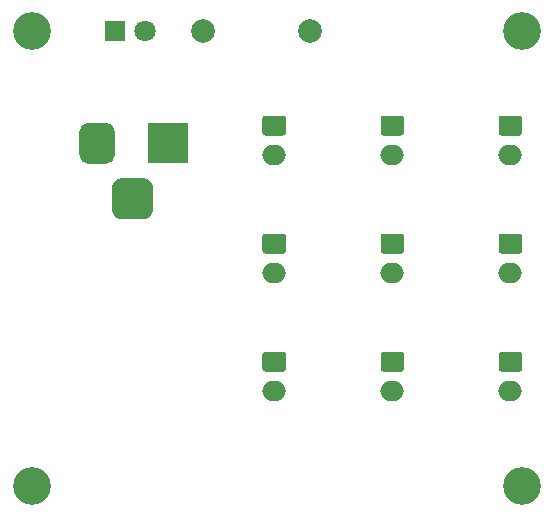
<source format=gbr>
G04 #@! TF.GenerationSoftware,KiCad,Pcbnew,5.1.10-88a1d61d58~90~ubuntu20.04.1*
G04 #@! TF.CreationDate,2022-01-16T12:05:17+00:00*
G04 #@! TF.ProjectId,12V5A_breakout,31325635-415f-4627-9265-616b6f75742e,rev?*
G04 #@! TF.SameCoordinates,Original*
G04 #@! TF.FileFunction,Soldermask,Bot*
G04 #@! TF.FilePolarity,Negative*
%FSLAX46Y46*%
G04 Gerber Fmt 4.6, Leading zero omitted, Abs format (unit mm)*
G04 Created by KiCad (PCBNEW 5.1.10-88a1d61d58~90~ubuntu20.04.1) date 2022-01-16 12:05:17*
%MOMM*%
%LPD*%
G01*
G04 APERTURE LIST*
%ADD10O,2.000000X1.700000*%
%ADD11C,3.200000*%
%ADD12C,2.000000*%
%ADD13C,1.800000*%
%ADD14R,1.800000X1.800000*%
%ADD15R,3.500000X3.500000*%
G04 APERTURE END LIST*
D10*
X109000000Y-53500000D03*
G36*
G01*
X108250000Y-50150000D02*
X109750000Y-50150000D01*
G75*
G02*
X110000000Y-50400000I0J-250000D01*
G01*
X110000000Y-51600000D01*
G75*
G02*
X109750000Y-51850000I-250000J0D01*
G01*
X108250000Y-51850000D01*
G75*
G02*
X108000000Y-51600000I0J250000D01*
G01*
X108000000Y-50400000D01*
G75*
G02*
X108250000Y-50150000I250000J0D01*
G01*
G37*
D11*
X120000000Y-81500000D03*
X78500000Y-81500000D03*
X78500000Y-43000000D03*
X120000000Y-43000000D03*
D12*
X93000000Y-43000000D03*
X102000000Y-43000000D03*
D13*
X88040000Y-43000000D03*
D14*
X85500000Y-43000000D03*
D10*
X119000000Y-73500000D03*
G36*
G01*
X118250000Y-70150000D02*
X119750000Y-70150000D01*
G75*
G02*
X120000000Y-70400000I0J-250000D01*
G01*
X120000000Y-71600000D01*
G75*
G02*
X119750000Y-71850000I-250000J0D01*
G01*
X118250000Y-71850000D01*
G75*
G02*
X118000000Y-71600000I0J250000D01*
G01*
X118000000Y-70400000D01*
G75*
G02*
X118250000Y-70150000I250000J0D01*
G01*
G37*
X119000000Y-63500000D03*
G36*
G01*
X118250000Y-60150000D02*
X119750000Y-60150000D01*
G75*
G02*
X120000000Y-60400000I0J-250000D01*
G01*
X120000000Y-61600000D01*
G75*
G02*
X119750000Y-61850000I-250000J0D01*
G01*
X118250000Y-61850000D01*
G75*
G02*
X118000000Y-61600000I0J250000D01*
G01*
X118000000Y-60400000D01*
G75*
G02*
X118250000Y-60150000I250000J0D01*
G01*
G37*
X119000000Y-53500000D03*
G36*
G01*
X118250000Y-50150000D02*
X119750000Y-50150000D01*
G75*
G02*
X120000000Y-50400000I0J-250000D01*
G01*
X120000000Y-51600000D01*
G75*
G02*
X119750000Y-51850000I-250000J0D01*
G01*
X118250000Y-51850000D01*
G75*
G02*
X118000000Y-51600000I0J250000D01*
G01*
X118000000Y-50400000D01*
G75*
G02*
X118250000Y-50150000I250000J0D01*
G01*
G37*
X109000000Y-73500000D03*
G36*
G01*
X108250000Y-70150000D02*
X109750000Y-70150000D01*
G75*
G02*
X110000000Y-70400000I0J-250000D01*
G01*
X110000000Y-71600000D01*
G75*
G02*
X109750000Y-71850000I-250000J0D01*
G01*
X108250000Y-71850000D01*
G75*
G02*
X108000000Y-71600000I0J250000D01*
G01*
X108000000Y-70400000D01*
G75*
G02*
X108250000Y-70150000I250000J0D01*
G01*
G37*
X109000000Y-63500000D03*
G36*
G01*
X108250000Y-60150000D02*
X109750000Y-60150000D01*
G75*
G02*
X110000000Y-60400000I0J-250000D01*
G01*
X110000000Y-61600000D01*
G75*
G02*
X109750000Y-61850000I-250000J0D01*
G01*
X108250000Y-61850000D01*
G75*
G02*
X108000000Y-61600000I0J250000D01*
G01*
X108000000Y-60400000D01*
G75*
G02*
X108250000Y-60150000I250000J0D01*
G01*
G37*
X99000000Y-73500000D03*
G36*
G01*
X98250000Y-70150000D02*
X99750000Y-70150000D01*
G75*
G02*
X100000000Y-70400000I0J-250000D01*
G01*
X100000000Y-71600000D01*
G75*
G02*
X99750000Y-71850000I-250000J0D01*
G01*
X98250000Y-71850000D01*
G75*
G02*
X98000000Y-71600000I0J250000D01*
G01*
X98000000Y-70400000D01*
G75*
G02*
X98250000Y-70150000I250000J0D01*
G01*
G37*
X99000000Y-63500000D03*
G36*
G01*
X98250000Y-60150000D02*
X99750000Y-60150000D01*
G75*
G02*
X100000000Y-60400000I0J-250000D01*
G01*
X100000000Y-61600000D01*
G75*
G02*
X99750000Y-61850000I-250000J0D01*
G01*
X98250000Y-61850000D01*
G75*
G02*
X98000000Y-61600000I0J250000D01*
G01*
X98000000Y-60400000D01*
G75*
G02*
X98250000Y-60150000I250000J0D01*
G01*
G37*
X99000000Y-53500000D03*
G36*
G01*
X98250000Y-50150000D02*
X99750000Y-50150000D01*
G75*
G02*
X100000000Y-50400000I0J-250000D01*
G01*
X100000000Y-51600000D01*
G75*
G02*
X99750000Y-51850000I-250000J0D01*
G01*
X98250000Y-51850000D01*
G75*
G02*
X98000000Y-51600000I0J250000D01*
G01*
X98000000Y-50400000D01*
G75*
G02*
X98250000Y-50150000I250000J0D01*
G01*
G37*
G36*
G01*
X85250000Y-58075000D02*
X85250000Y-56325000D01*
G75*
G02*
X86125000Y-55450000I875000J0D01*
G01*
X87875000Y-55450000D01*
G75*
G02*
X88750000Y-56325000I0J-875000D01*
G01*
X88750000Y-58075000D01*
G75*
G02*
X87875000Y-58950000I-875000J0D01*
G01*
X86125000Y-58950000D01*
G75*
G02*
X85250000Y-58075000I0J875000D01*
G01*
G37*
G36*
G01*
X82500000Y-53500000D02*
X82500000Y-51500000D01*
G75*
G02*
X83250000Y-50750000I750000J0D01*
G01*
X84750000Y-50750000D01*
G75*
G02*
X85500000Y-51500000I0J-750000D01*
G01*
X85500000Y-53500000D01*
G75*
G02*
X84750000Y-54250000I-750000J0D01*
G01*
X83250000Y-54250000D01*
G75*
G02*
X82500000Y-53500000I0J750000D01*
G01*
G37*
D15*
X90000000Y-52500000D03*
M02*

</source>
